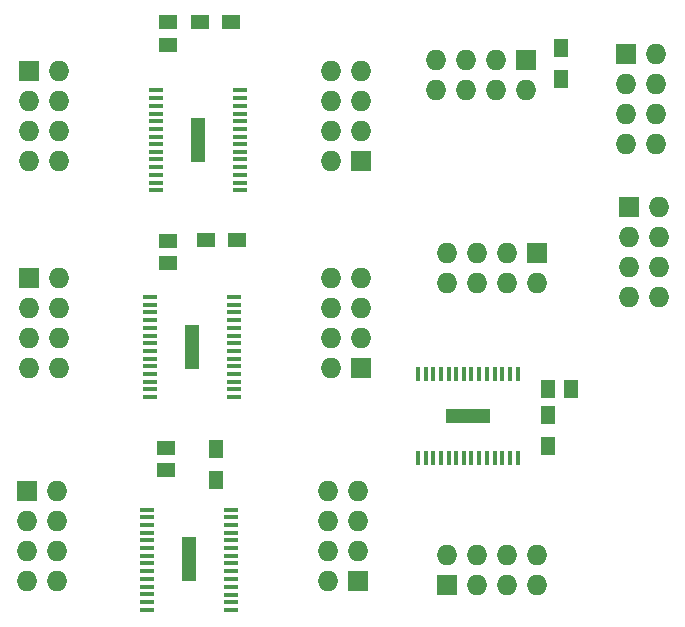
<source format=gts>
%FSLAX46Y46*%
G04 Gerber Fmt 4.6, Leading zero omitted, Abs format (unit mm)*
G04 Created by KiCad (PCBNEW (2014-jul-16 BZR unknown)-product) date Tue 14 Oct 2014 06:58:31 PM EDT*
%MOMM*%
G01*
G04 APERTURE LIST*
%ADD10C,0.100000*%
%ADD11R,1.198880X1.501140*%
%ADD12R,1.727200X1.727200*%
%ADD13O,1.727200X1.727200*%
%ADD14R,1.501140X1.198880*%
%ADD15R,1.498600X1.300480*%
%ADD16R,1.300480X1.498600*%
%ADD17R,0.406400X1.270000*%
%ADD18R,3.780000X1.200000*%
%ADD19R,1.270000X0.406400*%
%ADD20R,1.200000X3.780000*%
G04 APERTURE END LIST*
D10*
D11*
X161750000Y-62199520D03*
X161750000Y-64800480D03*
D12*
X116730000Y-64190000D03*
D13*
X119270000Y-64190000D03*
X116730000Y-66730000D03*
X119270000Y-66730000D03*
X116730000Y-69270000D03*
X119270000Y-69270000D03*
X116730000Y-71810000D03*
X119270000Y-71810000D03*
D12*
X116730000Y-81690000D03*
D13*
X119270000Y-81690000D03*
X116730000Y-84230000D03*
X119270000Y-84230000D03*
X116730000Y-86770000D03*
X119270000Y-86770000D03*
X116730000Y-89310000D03*
X119270000Y-89310000D03*
D12*
X116480000Y-99690000D03*
D13*
X119020000Y-99690000D03*
X116480000Y-102230000D03*
X119020000Y-102230000D03*
X116480000Y-104770000D03*
X119020000Y-104770000D03*
X116480000Y-107310000D03*
X119020000Y-107310000D03*
D12*
X159685000Y-79605000D03*
D13*
X159685000Y-82145000D03*
X157145000Y-79605000D03*
X157145000Y-82145000D03*
X154605000Y-79605000D03*
X154605000Y-82145000D03*
X152065000Y-79605000D03*
X152065000Y-82145000D03*
D12*
X144770000Y-71810000D03*
D13*
X142230000Y-71810000D03*
X144770000Y-69270000D03*
X142230000Y-69270000D03*
X144770000Y-66730000D03*
X142230000Y-66730000D03*
X144770000Y-64190000D03*
X142230000Y-64190000D03*
D12*
X144770000Y-89310000D03*
D13*
X142230000Y-89310000D03*
X144770000Y-86770000D03*
X142230000Y-86770000D03*
X144770000Y-84230000D03*
X142230000Y-84230000D03*
X144770000Y-81690000D03*
X142230000Y-81690000D03*
D12*
X144520000Y-107310000D03*
D13*
X141980000Y-107310000D03*
X144520000Y-104770000D03*
X141980000Y-104770000D03*
X144520000Y-102230000D03*
X141980000Y-102230000D03*
X144520000Y-99690000D03*
X141980000Y-99690000D03*
D12*
X152065000Y-107645000D03*
D13*
X152065000Y-105105000D03*
X154605000Y-107645000D03*
X154605000Y-105105000D03*
X157145000Y-107645000D03*
X157145000Y-105105000D03*
X159685000Y-107645000D03*
X159685000Y-105105000D03*
D14*
X131199520Y-60000000D03*
X133800480Y-60000000D03*
X131699520Y-78500000D03*
X134300480Y-78500000D03*
D11*
X132500000Y-96199520D03*
X132500000Y-98800480D03*
X160625000Y-93324520D03*
X160625000Y-95925480D03*
D15*
X128500000Y-60047500D03*
X128500000Y-61952500D03*
X128500000Y-78547500D03*
X128500000Y-80452500D03*
X128250000Y-96047500D03*
X128250000Y-97952500D03*
D16*
X160672500Y-91125000D03*
X162577500Y-91125000D03*
D12*
X167230000Y-62690000D03*
D13*
X169770000Y-62690000D03*
X167230000Y-65230000D03*
X169770000Y-65230000D03*
X167230000Y-67770000D03*
X169770000Y-67770000D03*
X167230000Y-70310000D03*
X169770000Y-70310000D03*
D12*
X167480000Y-75690000D03*
D13*
X170020000Y-75690000D03*
X167480000Y-78230000D03*
X170020000Y-78230000D03*
X167480000Y-80770000D03*
X170020000Y-80770000D03*
X167480000Y-83310000D03*
X170020000Y-83310000D03*
D12*
X158810000Y-63230000D03*
D13*
X158810000Y-65770000D03*
X156270000Y-63230000D03*
X156270000Y-65770000D03*
X153730000Y-63230000D03*
X153730000Y-65770000D03*
X151190000Y-63230000D03*
X151190000Y-65770000D03*
D17*
X158066000Y-89819000D03*
X157431000Y-89819000D03*
X156770600Y-89819000D03*
X156110200Y-89819000D03*
X155475200Y-89819000D03*
X154814800Y-89819000D03*
X154154400Y-89819000D03*
X153519400Y-89819000D03*
X152859000Y-89819000D03*
X152224000Y-89819000D03*
X151563600Y-89819000D03*
X150903200Y-89819000D03*
X150268200Y-89819000D03*
X149607800Y-89819000D03*
X149607800Y-96931000D03*
X150268200Y-96931000D03*
X150877800Y-96931000D03*
X151563600Y-96931000D03*
X152224000Y-96931000D03*
X152859000Y-96931000D03*
X153519400Y-96931000D03*
X154154400Y-96931000D03*
X154814800Y-96931000D03*
X155475200Y-96931000D03*
X156110200Y-96931000D03*
X156770600Y-96931000D03*
X157431000Y-96931000D03*
X158066000Y-96931000D03*
D18*
X153875000Y-93375000D03*
D19*
X126694000Y-101309000D03*
X126694000Y-101944000D03*
X126694000Y-102604400D03*
X126694000Y-103264800D03*
X126694000Y-103899800D03*
X126694000Y-104560200D03*
X126694000Y-105220600D03*
X126694000Y-105855600D03*
X126694000Y-106516000D03*
X126694000Y-107151000D03*
X126694000Y-107811400D03*
X126694000Y-108471800D03*
X126694000Y-109106800D03*
X126694000Y-109767200D03*
X133806000Y-109767200D03*
X133806000Y-109106800D03*
X133806000Y-108497200D03*
X133806000Y-107811400D03*
X133806000Y-107151000D03*
X133806000Y-106516000D03*
X133806000Y-105855600D03*
X133806000Y-105220600D03*
X133806000Y-104560200D03*
X133806000Y-103899800D03*
X133806000Y-103264800D03*
X133806000Y-102604400D03*
X133806000Y-101944000D03*
X133806000Y-101309000D03*
D20*
X130250000Y-105500000D03*
D19*
X126944000Y-83309000D03*
X126944000Y-83944000D03*
X126944000Y-84604400D03*
X126944000Y-85264800D03*
X126944000Y-85899800D03*
X126944000Y-86560200D03*
X126944000Y-87220600D03*
X126944000Y-87855600D03*
X126944000Y-88516000D03*
X126944000Y-89151000D03*
X126944000Y-89811400D03*
X126944000Y-90471800D03*
X126944000Y-91106800D03*
X126944000Y-91767200D03*
X134056000Y-91767200D03*
X134056000Y-91106800D03*
X134056000Y-90497200D03*
X134056000Y-89811400D03*
X134056000Y-89151000D03*
X134056000Y-88516000D03*
X134056000Y-87855600D03*
X134056000Y-87220600D03*
X134056000Y-86560200D03*
X134056000Y-85899800D03*
X134056000Y-85264800D03*
X134056000Y-84604400D03*
X134056000Y-83944000D03*
X134056000Y-83309000D03*
D20*
X130500000Y-87500000D03*
D19*
X127444000Y-65809000D03*
X127444000Y-66444000D03*
X127444000Y-67104400D03*
X127444000Y-67764800D03*
X127444000Y-68399800D03*
X127444000Y-69060200D03*
X127444000Y-69720600D03*
X127444000Y-70355600D03*
X127444000Y-71016000D03*
X127444000Y-71651000D03*
X127444000Y-72311400D03*
X127444000Y-72971800D03*
X127444000Y-73606800D03*
X127444000Y-74267200D03*
X134556000Y-74267200D03*
X134556000Y-73606800D03*
X134556000Y-72997200D03*
X134556000Y-72311400D03*
X134556000Y-71651000D03*
X134556000Y-71016000D03*
X134556000Y-70355600D03*
X134556000Y-69720600D03*
X134556000Y-69060200D03*
X134556000Y-68399800D03*
X134556000Y-67764800D03*
X134556000Y-67104400D03*
X134556000Y-66444000D03*
X134556000Y-65809000D03*
D20*
X131000000Y-70000000D03*
M02*

</source>
